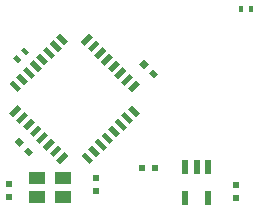
<source format=gtp>
%FSLAX46Y46*%
G04 Gerber Fmt 4.6, Leading zero omitted, Abs format (unit mm)*
G04 Created by KiCad (PCBNEW (2014-10-27 BZR 5228)-product) date 4/10/2015 6:23:41 PM*
%MOMM*%
G01*
G04 APERTURE LIST*
%ADD10C,0.100000*%
%ADD11R,1.400000X1.100000*%
%ADD12R,0.500000X0.600000*%
%ADD13R,0.600000X0.500000*%
%ADD14R,0.400000X0.600000*%
%ADD15R,0.548640X1.198880*%
G04 APERTURE END LIST*
D10*
D11*
X4488000Y-15583000D03*
X4488000Y-17183000D03*
X6688000Y-17183000D03*
X6688000Y-15583000D03*
D10*
G36*
X6463721Y-14417348D02*
X6145820Y-14099447D01*
X6852927Y-13392340D01*
X7170828Y-13710241D01*
X6463721Y-14417348D01*
X6463721Y-14417348D01*
G37*
G36*
X5897965Y-13851592D02*
X5580064Y-13533691D01*
X6287171Y-12826584D01*
X6605072Y-13144485D01*
X5897965Y-13851592D01*
X5897965Y-13851592D01*
G37*
G36*
X5332209Y-13285835D02*
X5014308Y-12967934D01*
X5721415Y-12260827D01*
X6039316Y-12578728D01*
X5332209Y-13285835D01*
X5332209Y-13285835D01*
G37*
G36*
X4766453Y-12720079D02*
X4448552Y-12402178D01*
X5155659Y-11695071D01*
X5473560Y-12012972D01*
X4766453Y-12720079D01*
X4766453Y-12720079D01*
G37*
G36*
X4200697Y-12154323D02*
X3882796Y-11836422D01*
X4589903Y-11129315D01*
X4907804Y-11447216D01*
X4200697Y-12154323D01*
X4200697Y-12154323D01*
G37*
G36*
X3634941Y-11588567D02*
X3317040Y-11270666D01*
X4024147Y-10563559D01*
X4342048Y-10881460D01*
X3634941Y-11588567D01*
X3634941Y-11588567D01*
G37*
G36*
X3069184Y-11022811D02*
X2751283Y-10704910D01*
X3458390Y-9997803D01*
X3776291Y-10315704D01*
X3069184Y-11022811D01*
X3069184Y-11022811D01*
G37*
G36*
X2503428Y-10457055D02*
X2185527Y-10139154D01*
X2892634Y-9432047D01*
X3210535Y-9749948D01*
X2503428Y-10457055D01*
X2503428Y-10457055D01*
G37*
G36*
X8563843Y-4403825D02*
X8245942Y-4085924D01*
X8953049Y-3378817D01*
X9270950Y-3696718D01*
X8563843Y-4403825D01*
X8563843Y-4403825D01*
G37*
G36*
X12533116Y-8373098D02*
X12215215Y-8055197D01*
X12922322Y-7348090D01*
X13240223Y-7665991D01*
X12533116Y-8373098D01*
X12533116Y-8373098D01*
G37*
G36*
X11958379Y-7798362D02*
X11640478Y-7480461D01*
X12347585Y-6773354D01*
X12665486Y-7091255D01*
X11958379Y-7798362D01*
X11958379Y-7798362D01*
G37*
G36*
X11383643Y-7223625D02*
X11065742Y-6905724D01*
X11772849Y-6198617D01*
X12090750Y-6516518D01*
X11383643Y-7223625D01*
X11383643Y-7223625D01*
G37*
G36*
X10826867Y-6666849D02*
X10508966Y-6348948D01*
X11216073Y-5641841D01*
X11533974Y-5959742D01*
X10826867Y-6666849D01*
X10826867Y-6666849D01*
G37*
G36*
X10252131Y-6092113D02*
X9934230Y-5774212D01*
X10641337Y-5067105D01*
X10959238Y-5385006D01*
X10252131Y-6092113D01*
X10252131Y-6092113D01*
G37*
G36*
X9695355Y-5535337D02*
X9377454Y-5217436D01*
X10084561Y-4510329D01*
X10402462Y-4828230D01*
X9695355Y-5535337D01*
X9695355Y-5535337D01*
G37*
G36*
X9120618Y-4960601D02*
X8802717Y-4642700D01*
X9509824Y-3935593D01*
X9827725Y-4253494D01*
X9120618Y-4960601D01*
X9120618Y-4960601D01*
G37*
G36*
X2885450Y-8340769D02*
X2178343Y-7633662D01*
X2496244Y-7315761D01*
X3203351Y-8022868D01*
X2885450Y-8340769D01*
X2885450Y-8340769D01*
G37*
G36*
X3449410Y-7776809D02*
X2742303Y-7069702D01*
X3060204Y-6751801D01*
X3767311Y-7458908D01*
X3449410Y-7776809D01*
X3449410Y-7776809D01*
G37*
G36*
X4016962Y-7209257D02*
X3309855Y-6502150D01*
X3627756Y-6184249D01*
X4334863Y-6891356D01*
X4016962Y-7209257D01*
X4016962Y-7209257D01*
G37*
G36*
X4580922Y-6645297D02*
X3873815Y-5938190D01*
X4191716Y-5620289D01*
X4898823Y-6327396D01*
X4580922Y-6645297D01*
X4580922Y-6645297D01*
G37*
G36*
X5148475Y-6077744D02*
X4441368Y-5370637D01*
X4759269Y-5052736D01*
X5466376Y-5759843D01*
X5148475Y-6077744D01*
X5148475Y-6077744D01*
G37*
G36*
X5712435Y-5513784D02*
X5005328Y-4806677D01*
X5323229Y-4488776D01*
X6030336Y-5195883D01*
X5712435Y-5513784D01*
X5712435Y-5513784D01*
G37*
G36*
X6279987Y-4946232D02*
X5572880Y-4239125D01*
X5890781Y-3921224D01*
X6597888Y-4628331D01*
X6279987Y-4946232D01*
X6279987Y-4946232D01*
G37*
G36*
X6843947Y-4382272D02*
X6136840Y-3675165D01*
X6454741Y-3357264D01*
X7161848Y-4064371D01*
X6843947Y-4382272D01*
X6843947Y-4382272D01*
G37*
G36*
X8971009Y-14419144D02*
X8263902Y-13712037D01*
X8581803Y-13394136D01*
X9288910Y-14101243D01*
X8971009Y-14419144D01*
X8971009Y-14419144D01*
G37*
G36*
X9527785Y-13862368D02*
X8820678Y-13155261D01*
X9138579Y-12837360D01*
X9845686Y-13544467D01*
X9527785Y-13862368D01*
X9527785Y-13862368D01*
G37*
G36*
X10102521Y-13287631D02*
X9395414Y-12580524D01*
X9713315Y-12262623D01*
X10420422Y-12969730D01*
X10102521Y-13287631D01*
X10102521Y-13287631D01*
G37*
G36*
X10659297Y-12730856D02*
X9952190Y-12023749D01*
X10270091Y-11705848D01*
X10977198Y-12412955D01*
X10659297Y-12730856D01*
X10659297Y-12730856D01*
G37*
G36*
X11216073Y-12174080D02*
X10508966Y-11466973D01*
X10826867Y-11149072D01*
X11533974Y-11856179D01*
X11216073Y-12174080D01*
X11216073Y-12174080D01*
G37*
G36*
X11790809Y-11599343D02*
X11083702Y-10892236D01*
X11401603Y-10574335D01*
X12108710Y-11281442D01*
X11790809Y-11599343D01*
X11790809Y-11599343D01*
G37*
G36*
X12365546Y-11024607D02*
X11658439Y-10317500D01*
X11976340Y-9999599D01*
X12683447Y-10706706D01*
X12365546Y-11024607D01*
X12365546Y-11024607D01*
G37*
G36*
X12940282Y-10449871D02*
X12233175Y-9742764D01*
X12551076Y-9424863D01*
X13258183Y-10131970D01*
X12940282Y-10449871D01*
X12940282Y-10449871D01*
G37*
D12*
X2159000Y-16087000D03*
X2159000Y-17187000D03*
X9525000Y-16679000D03*
X9525000Y-15579000D03*
D10*
G36*
X13192182Y-5925736D02*
X13545736Y-5572182D01*
X13970000Y-5996446D01*
X13616446Y-6350000D01*
X13192182Y-5925736D01*
X13192182Y-5925736D01*
G37*
G36*
X13970000Y-6703554D02*
X14323554Y-6350000D01*
X14747818Y-6774264D01*
X14394264Y-7127818D01*
X13970000Y-6703554D01*
X13970000Y-6703554D01*
G37*
D13*
X13420000Y-14732000D03*
X14520000Y-14732000D03*
D10*
G36*
X2651182Y-12529736D02*
X3004736Y-12176182D01*
X3429000Y-12600446D01*
X3075446Y-12954000D01*
X2651182Y-12529736D01*
X2651182Y-12529736D01*
G37*
G36*
X3429000Y-13307554D02*
X3782554Y-12954000D01*
X4206818Y-13378264D01*
X3853264Y-13731818D01*
X3429000Y-13307554D01*
X3429000Y-13307554D01*
G37*
D12*
X21336000Y-17314000D03*
X21336000Y-16214000D03*
D10*
G36*
X3422487Y-4535249D02*
X3846751Y-4959513D01*
X3563909Y-5242355D01*
X3139645Y-4818091D01*
X3422487Y-4535249D01*
X3422487Y-4535249D01*
G37*
G36*
X2786091Y-5171645D02*
X3210355Y-5595909D01*
X2927513Y-5878751D01*
X2503249Y-5454487D01*
X2786091Y-5171645D01*
X2786091Y-5171645D01*
G37*
D14*
X21775000Y-1270000D03*
X22675000Y-1270000D03*
D15*
X18983960Y-14704060D03*
X18034000Y-14704060D03*
X17084040Y-14704060D03*
X17084040Y-17299940D03*
X18983960Y-17299940D03*
M02*

</source>
